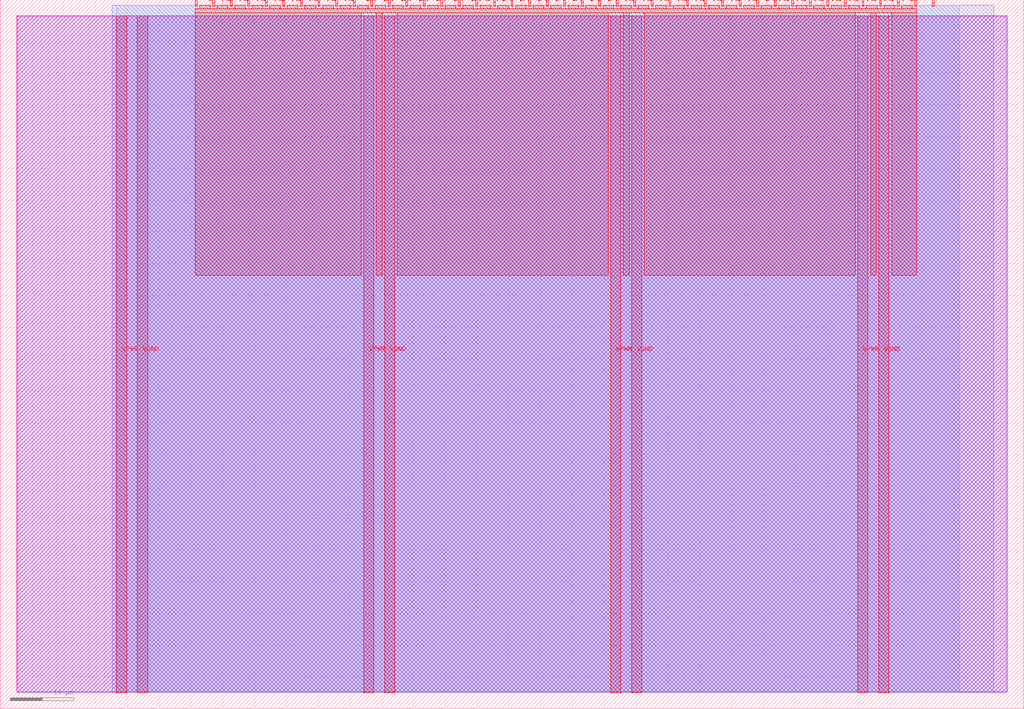
<source format=lef>
VERSION 5.7 ;
  NOWIREEXTENSIONATPIN ON ;
  DIVIDERCHAR "/" ;
  BUSBITCHARS "[]" ;
MACRO tt_um_yorimichi_kittscanner
  CLASS BLOCK ;
  FOREIGN tt_um_yorimichi_kittscanner ;
  ORIGIN 0.000 0.000 ;
  SIZE 161.000 BY 111.520 ;
  PIN VGND
    DIRECTION INOUT ;
    USE GROUND ;
    PORT
      LAYER met4 ;
        RECT 21.580 2.480 23.180 109.040 ;
    END
    PORT
      LAYER met4 ;
        RECT 60.450 2.480 62.050 109.040 ;
    END
    PORT
      LAYER met4 ;
        RECT 99.320 2.480 100.920 109.040 ;
    END
    PORT
      LAYER met4 ;
        RECT 138.190 2.480 139.790 109.040 ;
    END
  END VGND
  PIN VPWR
    DIRECTION INOUT ;
    USE POWER ;
    PORT
      LAYER met4 ;
        RECT 18.280 2.480 19.880 109.040 ;
    END
    PORT
      LAYER met4 ;
        RECT 57.150 2.480 58.750 109.040 ;
    END
    PORT
      LAYER met4 ;
        RECT 96.020 2.480 97.620 109.040 ;
    END
    PORT
      LAYER met4 ;
        RECT 134.890 2.480 136.490 109.040 ;
    END
  END VPWR
  PIN clk
    DIRECTION INPUT ;
    USE SIGNAL ;
    ANTENNAGATEAREA 0.852000 ;
    PORT
      LAYER met4 ;
        RECT 143.830 110.520 144.130 111.520 ;
    END
  END clk
  PIN ena
    DIRECTION INPUT ;
    USE SIGNAL ;
    PORT
      LAYER met4 ;
        RECT 146.590 110.520 146.890 111.520 ;
    END
  END ena
  PIN rst_n
    DIRECTION INPUT ;
    USE SIGNAL ;
    ANTENNAGATEAREA 0.196500 ;
    PORT
      LAYER met4 ;
        RECT 141.070 110.520 141.370 111.520 ;
    END
  END rst_n
  PIN ui_in[0]
    DIRECTION INPUT ;
    USE SIGNAL ;
    ANTENNAGATEAREA 0.196500 ;
    PORT
      LAYER met4 ;
        RECT 138.310 110.520 138.610 111.520 ;
    END
  END ui_in[0]
  PIN ui_in[1]
    DIRECTION INPUT ;
    USE SIGNAL ;
    ANTENNAGATEAREA 0.196500 ;
    PORT
      LAYER met4 ;
        RECT 135.550 110.520 135.850 111.520 ;
    END
  END ui_in[1]
  PIN ui_in[2]
    DIRECTION INPUT ;
    USE SIGNAL ;
    ANTENNAGATEAREA 0.196500 ;
    PORT
      LAYER met4 ;
        RECT 132.790 110.520 133.090 111.520 ;
    END
  END ui_in[2]
  PIN ui_in[3]
    DIRECTION INPUT ;
    USE SIGNAL ;
    ANTENNAGATEAREA 0.196500 ;
    PORT
      LAYER met4 ;
        RECT 130.030 110.520 130.330 111.520 ;
    END
  END ui_in[3]
  PIN ui_in[4]
    DIRECTION INPUT ;
    USE SIGNAL ;
    ANTENNAGATEAREA 0.196500 ;
    PORT
      LAYER met4 ;
        RECT 127.270 110.520 127.570 111.520 ;
    END
  END ui_in[4]
  PIN ui_in[5]
    DIRECTION INPUT ;
    USE SIGNAL ;
    ANTENNAGATEAREA 0.196500 ;
    PORT
      LAYER met4 ;
        RECT 124.510 110.520 124.810 111.520 ;
    END
  END ui_in[5]
  PIN ui_in[6]
    DIRECTION INPUT ;
    USE SIGNAL ;
    PORT
      LAYER met4 ;
        RECT 121.750 110.520 122.050 111.520 ;
    END
  END ui_in[6]
  PIN ui_in[7]
    DIRECTION INPUT ;
    USE SIGNAL ;
    PORT
      LAYER met4 ;
        RECT 118.990 110.520 119.290 111.520 ;
    END
  END ui_in[7]
  PIN uio_in[0]
    DIRECTION INPUT ;
    USE SIGNAL ;
    PORT
      LAYER met4 ;
        RECT 116.230 110.520 116.530 111.520 ;
    END
  END uio_in[0]
  PIN uio_in[1]
    DIRECTION INPUT ;
    USE SIGNAL ;
    PORT
      LAYER met4 ;
        RECT 113.470 110.520 113.770 111.520 ;
    END
  END uio_in[1]
  PIN uio_in[2]
    DIRECTION INPUT ;
    USE SIGNAL ;
    PORT
      LAYER met4 ;
        RECT 110.710 110.520 111.010 111.520 ;
    END
  END uio_in[2]
  PIN uio_in[3]
    DIRECTION INPUT ;
    USE SIGNAL ;
    PORT
      LAYER met4 ;
        RECT 107.950 110.520 108.250 111.520 ;
    END
  END uio_in[3]
  PIN uio_in[4]
    DIRECTION INPUT ;
    USE SIGNAL ;
    PORT
      LAYER met4 ;
        RECT 105.190 110.520 105.490 111.520 ;
    END
  END uio_in[4]
  PIN uio_in[5]
    DIRECTION INPUT ;
    USE SIGNAL ;
    PORT
      LAYER met4 ;
        RECT 102.430 110.520 102.730 111.520 ;
    END
  END uio_in[5]
  PIN uio_in[6]
    DIRECTION INPUT ;
    USE SIGNAL ;
    PORT
      LAYER met4 ;
        RECT 99.670 110.520 99.970 111.520 ;
    END
  END uio_in[6]
  PIN uio_in[7]
    DIRECTION INPUT ;
    USE SIGNAL ;
    PORT
      LAYER met4 ;
        RECT 96.910 110.520 97.210 111.520 ;
    END
  END uio_in[7]
  PIN uio_oe[0]
    DIRECTION OUTPUT ;
    USE SIGNAL ;
    PORT
      LAYER met4 ;
        RECT 49.990 110.520 50.290 111.520 ;
    END
  END uio_oe[0]
  PIN uio_oe[1]
    DIRECTION OUTPUT ;
    USE SIGNAL ;
    PORT
      LAYER met4 ;
        RECT 47.230 110.520 47.530 111.520 ;
    END
  END uio_oe[1]
  PIN uio_oe[2]
    DIRECTION OUTPUT ;
    USE SIGNAL ;
    PORT
      LAYER met4 ;
        RECT 44.470 110.520 44.770 111.520 ;
    END
  END uio_oe[2]
  PIN uio_oe[3]
    DIRECTION OUTPUT ;
    USE SIGNAL ;
    PORT
      LAYER met4 ;
        RECT 41.710 110.520 42.010 111.520 ;
    END
  END uio_oe[3]
  PIN uio_oe[4]
    DIRECTION OUTPUT ;
    USE SIGNAL ;
    PORT
      LAYER met4 ;
        RECT 38.950 110.520 39.250 111.520 ;
    END
  END uio_oe[4]
  PIN uio_oe[5]
    DIRECTION OUTPUT ;
    USE SIGNAL ;
    PORT
      LAYER met4 ;
        RECT 36.190 110.520 36.490 111.520 ;
    END
  END uio_oe[5]
  PIN uio_oe[6]
    DIRECTION OUTPUT ;
    USE SIGNAL ;
    PORT
      LAYER met4 ;
        RECT 33.430 110.520 33.730 111.520 ;
    END
  END uio_oe[6]
  PIN uio_oe[7]
    DIRECTION OUTPUT ;
    USE SIGNAL ;
    PORT
      LAYER met4 ;
        RECT 30.670 110.520 30.970 111.520 ;
    END
  END uio_oe[7]
  PIN uio_out[0]
    DIRECTION OUTPUT ;
    USE SIGNAL ;
    ANTENNADIFFAREA 1.524450 ;
    PORT
      LAYER met4 ;
        RECT 72.070 110.520 72.370 111.520 ;
    END
  END uio_out[0]
  PIN uio_out[1]
    DIRECTION OUTPUT ;
    USE SIGNAL ;
    ANTENNADIFFAREA 1.524450 ;
    PORT
      LAYER met4 ;
        RECT 69.310 110.520 69.610 111.520 ;
    END
  END uio_out[1]
  PIN uio_out[2]
    DIRECTION OUTPUT ;
    USE SIGNAL ;
    ANTENNADIFFAREA 1.524450 ;
    PORT
      LAYER met4 ;
        RECT 66.550 110.520 66.850 111.520 ;
    END
  END uio_out[2]
  PIN uio_out[3]
    DIRECTION OUTPUT ;
    USE SIGNAL ;
    ANTENNADIFFAREA 0.795200 ;
    PORT
      LAYER met4 ;
        RECT 63.790 110.520 64.090 111.520 ;
    END
  END uio_out[3]
  PIN uio_out[4]
    DIRECTION OUTPUT ;
    USE SIGNAL ;
    ANTENNADIFFAREA 0.795200 ;
    PORT
      LAYER met4 ;
        RECT 61.030 110.520 61.330 111.520 ;
    END
  END uio_out[4]
  PIN uio_out[5]
    DIRECTION OUTPUT ;
    USE SIGNAL ;
    ANTENNADIFFAREA 0.445500 ;
    PORT
      LAYER met4 ;
        RECT 58.270 110.520 58.570 111.520 ;
    END
  END uio_out[5]
  PIN uio_out[6]
    DIRECTION OUTPUT ;
    USE SIGNAL ;
    ANTENNADIFFAREA 0.795200 ;
    PORT
      LAYER met4 ;
        RECT 55.510 110.520 55.810 111.520 ;
    END
  END uio_out[6]
  PIN uio_out[7]
    DIRECTION OUTPUT ;
    USE SIGNAL ;
    ANTENNAGATEAREA 0.247500 ;
    ANTENNADIFFAREA 0.891000 ;
    PORT
      LAYER met4 ;
        RECT 52.750 110.520 53.050 111.520 ;
    END
  END uio_out[7]
  PIN uo_out[0]
    DIRECTION OUTPUT ;
    USE SIGNAL ;
    ANTENNADIFFAREA 1.524450 ;
    PORT
      LAYER met4 ;
        RECT 94.150 110.520 94.450 111.520 ;
    END
  END uo_out[0]
  PIN uo_out[1]
    DIRECTION OUTPUT ;
    USE SIGNAL ;
    ANTENNADIFFAREA 1.524450 ;
    PORT
      LAYER met4 ;
        RECT 91.390 110.520 91.690 111.520 ;
    END
  END uo_out[1]
  PIN uo_out[2]
    DIRECTION OUTPUT ;
    USE SIGNAL ;
    ANTENNADIFFAREA 1.524450 ;
    PORT
      LAYER met4 ;
        RECT 88.630 110.520 88.930 111.520 ;
    END
  END uo_out[2]
  PIN uo_out[3]
    DIRECTION OUTPUT ;
    USE SIGNAL ;
    ANTENNADIFFAREA 1.524450 ;
    PORT
      LAYER met4 ;
        RECT 85.870 110.520 86.170 111.520 ;
    END
  END uo_out[3]
  PIN uo_out[4]
    DIRECTION OUTPUT ;
    USE SIGNAL ;
    ANTENNADIFFAREA 1.524450 ;
    PORT
      LAYER met4 ;
        RECT 83.110 110.520 83.410 111.520 ;
    END
  END uo_out[4]
  PIN uo_out[5]
    DIRECTION OUTPUT ;
    USE SIGNAL ;
    ANTENNADIFFAREA 1.524450 ;
    PORT
      LAYER met4 ;
        RECT 80.350 110.520 80.650 111.520 ;
    END
  END uo_out[5]
  PIN uo_out[6]
    DIRECTION OUTPUT ;
    USE SIGNAL ;
    ANTENNADIFFAREA 1.524450 ;
    PORT
      LAYER met4 ;
        RECT 77.590 110.520 77.890 111.520 ;
    END
  END uo_out[6]
  PIN uo_out[7]
    DIRECTION OUTPUT ;
    USE SIGNAL ;
    ANTENNADIFFAREA 1.524450 ;
    PORT
      LAYER met4 ;
        RECT 74.830 110.520 75.130 111.520 ;
    END
  END uo_out[7]
  OBS
      LAYER nwell ;
        RECT 2.570 2.635 158.430 108.990 ;
      LAYER li1 ;
        RECT 2.760 2.635 158.240 108.885 ;
      LAYER met1 ;
        RECT 2.760 2.480 158.240 109.040 ;
      LAYER met2 ;
        RECT 17.580 2.535 156.300 110.685 ;
      LAYER met3 ;
        RECT 18.290 2.555 150.815 110.665 ;
      LAYER met4 ;
        RECT 31.370 110.120 33.030 110.665 ;
        RECT 34.130 110.120 35.790 110.665 ;
        RECT 36.890 110.120 38.550 110.665 ;
        RECT 39.650 110.120 41.310 110.665 ;
        RECT 42.410 110.120 44.070 110.665 ;
        RECT 45.170 110.120 46.830 110.665 ;
        RECT 47.930 110.120 49.590 110.665 ;
        RECT 50.690 110.120 52.350 110.665 ;
        RECT 53.450 110.120 55.110 110.665 ;
        RECT 56.210 110.120 57.870 110.665 ;
        RECT 58.970 110.120 60.630 110.665 ;
        RECT 61.730 110.120 63.390 110.665 ;
        RECT 64.490 110.120 66.150 110.665 ;
        RECT 67.250 110.120 68.910 110.665 ;
        RECT 70.010 110.120 71.670 110.665 ;
        RECT 72.770 110.120 74.430 110.665 ;
        RECT 75.530 110.120 77.190 110.665 ;
        RECT 78.290 110.120 79.950 110.665 ;
        RECT 81.050 110.120 82.710 110.665 ;
        RECT 83.810 110.120 85.470 110.665 ;
        RECT 86.570 110.120 88.230 110.665 ;
        RECT 89.330 110.120 90.990 110.665 ;
        RECT 92.090 110.120 93.750 110.665 ;
        RECT 94.850 110.120 96.510 110.665 ;
        RECT 97.610 110.120 99.270 110.665 ;
        RECT 100.370 110.120 102.030 110.665 ;
        RECT 103.130 110.120 104.790 110.665 ;
        RECT 105.890 110.120 107.550 110.665 ;
        RECT 108.650 110.120 110.310 110.665 ;
        RECT 111.410 110.120 113.070 110.665 ;
        RECT 114.170 110.120 115.830 110.665 ;
        RECT 116.930 110.120 118.590 110.665 ;
        RECT 119.690 110.120 121.350 110.665 ;
        RECT 122.450 110.120 124.110 110.665 ;
        RECT 125.210 110.120 126.870 110.665 ;
        RECT 127.970 110.120 129.630 110.665 ;
        RECT 130.730 110.120 132.390 110.665 ;
        RECT 133.490 110.120 135.150 110.665 ;
        RECT 136.250 110.120 137.910 110.665 ;
        RECT 139.010 110.120 140.670 110.665 ;
        RECT 141.770 110.120 143.430 110.665 ;
        RECT 30.655 109.440 144.145 110.120 ;
        RECT 30.655 68.175 56.750 109.440 ;
        RECT 59.150 68.175 60.050 109.440 ;
        RECT 62.450 68.175 95.620 109.440 ;
        RECT 98.020 68.175 98.920 109.440 ;
        RECT 101.320 68.175 134.490 109.440 ;
        RECT 136.890 68.175 137.790 109.440 ;
        RECT 140.190 68.175 144.145 109.440 ;
  END
END tt_um_yorimichi_kittscanner
END LIBRARY


</source>
